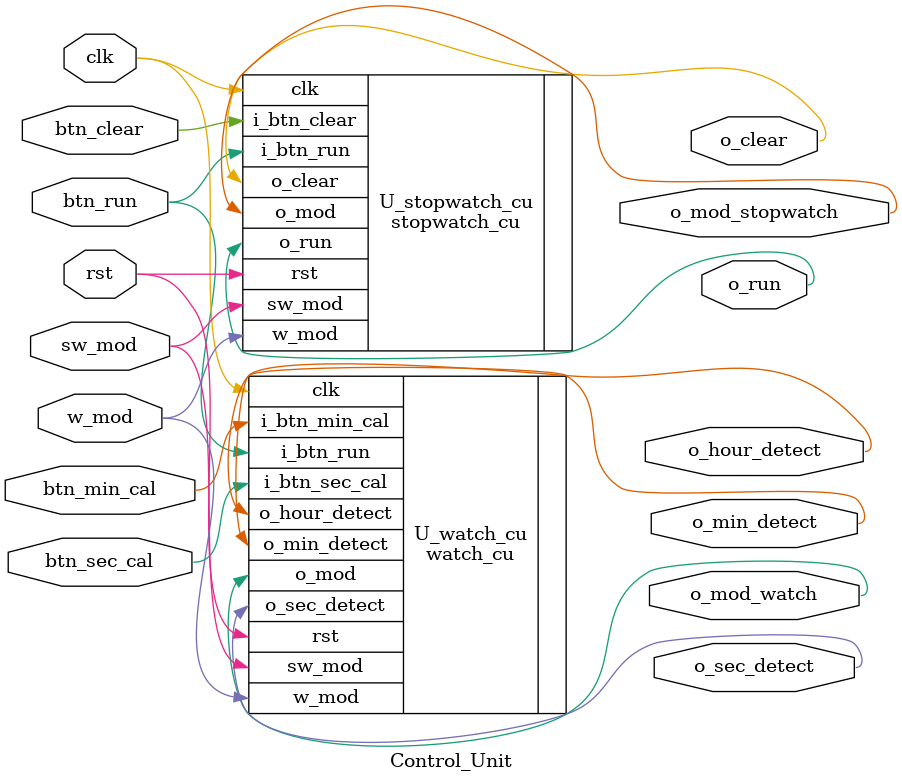
<source format=v>
module Control_Unit(
                    input clk,
                    input rst,
                    input btn_run,
                    input btn_clear,
                    input btn_sec_cal,
                    input btn_min_cal,
                    input sw_mod,
                    input w_mod,
                    output o_run,
                    output o_clear,
                    output o_mod_stopwatch,
                    output o_mod_watch,
                    output o_sec_detect,
                    output o_min_detect,
                    output o_hour_detect
    );
// pm mod 는 w_mod가 1일때만 -> 어차피 watch cu에서 조작하면 되니까 상관 없음
// w_mod가 1이면 -> 버튼은 초분시 증감 // w_mod가 0이면 -> 시작 클리어(나머지 동작 x)

stopwatch_cu U_stopwatch_cu(
                            .clk(clk),
                            .rst(rst),
                            .i_btn_run(btn_run),
                            .i_btn_clear(btn_clear),
                            .sw_mod(sw_mod),
                            .w_mod(w_mod),
                            .o_run(o_run),
                            .o_clear(o_clear),
                            .o_mod(o_mod_stopwatch)
);
watch_cu U_watch_cu(
                            .clk(clk),
                            .rst(rst),
                            .i_btn_run(btn_run),
                            .i_btn_sec_cal(btn_sec_cal),
                            .i_btn_min_cal(btn_min_cal),
                            .sw_mod(sw_mod),
                            .w_mod(w_mod),
                            .o_mod(o_mod_watch),
                            .o_sec_detect(o_sec_detect),
                            .o_min_detect(o_min_detect),
                            .o_hour_detect(o_hour_detect)
);

endmodule

</source>
